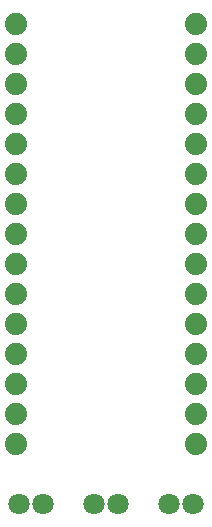
<source format=gbs>
G04 EAGLE Gerber RS-274X export*
G75*
%MOMM*%
%FSLAX34Y34*%
%LPD*%
%INSoldermask Bottom*%
%IPPOS*%
%AMOC8*
5,1,8,0,0,1.08239X$1,22.5*%
G01*
%ADD10C,1.879600*%
%ADD11C,1.803200*%


D10*
X12700Y482600D03*
X12700Y457200D03*
X12700Y431800D03*
X12700Y406400D03*
X12700Y381000D03*
X12700Y355600D03*
X12700Y330200D03*
X12700Y304800D03*
X12700Y279400D03*
X12700Y254000D03*
X12700Y228600D03*
X12700Y203200D03*
X12700Y177800D03*
X12700Y152400D03*
X12700Y127000D03*
X165100Y482600D03*
X165100Y457200D03*
X165100Y431800D03*
X165100Y406400D03*
X165100Y381000D03*
X165100Y355600D03*
X165100Y330200D03*
X165100Y304800D03*
X165100Y279400D03*
X165100Y254000D03*
X165100Y228600D03*
X165100Y203200D03*
X165100Y177800D03*
X165100Y152400D03*
X165100Y127000D03*
D11*
X162400Y76200D03*
X142400Y76200D03*
X98900Y76200D03*
X78900Y76200D03*
X35400Y76200D03*
X15400Y76200D03*
M02*

</source>
